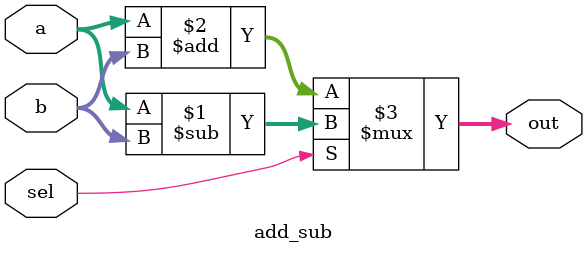
<source format=v>
`timescale 1ns / 1ps


module add_sub #(parameter WIDTH = 15)(
input [WIDTH:0] a,b,
input sel, 
output [WIDTH:0] out
);
assign out = sel?a-b:a+b;
endmodule

</source>
